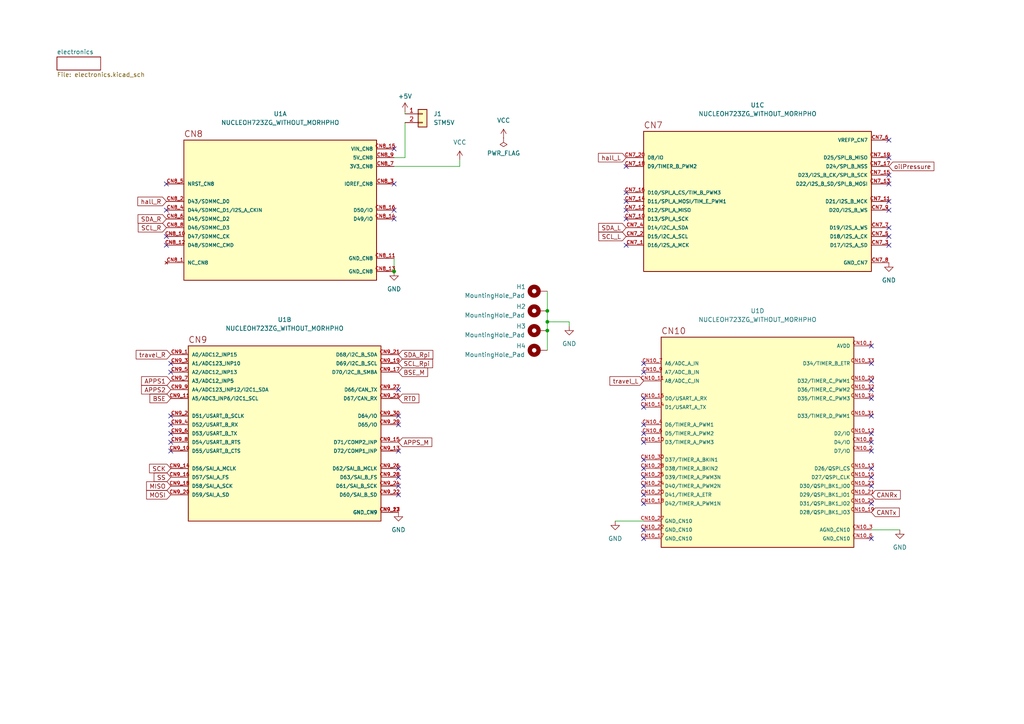
<source format=kicad_sch>
(kicad_sch (version 20230121) (generator eeschema)
  (paper "A4")
  (title_block (title "frontbox nucleo") (date "2023-08-08") (rev "1") (company "NTURacing") (comment 1 "this is legacy fron easyEDA"))
  (lib_symbols
    (symbol "Connector_Generic:Conn_01x02" (pin_names (offset 1.016) hide)
      (property "Reference" "J1" (at 3.175 0 0))
      (property "Value" "STM5V" (at 3.175 -2.54 0))
      (symbol "Conn_01x02_1_1"
        (rectangle (start -1.27 -2.413) (end 0 -2.667) (stroke (width 0.1524)))
        (rectangle (start -1.27 0.127) (end 0 -0.127) (stroke (width 0.1524)))
        (rectangle (start -1.27 1.27) (end 1.27 -3.81) (stroke (width 0.254)) (fill (type background)))
        (pin passive line (at -5.08 0 0) (length 3.81) (name "Pin_1") (number "1"))
        (pin power_out line (at -5.08 -2.54 0) (length 3.81) (name "Pin_2") (number "2"))
      )
    )
    (symbol "Mechanical:MountingHole_Pad" (pin_numbers hide) (pin_names (offset 1.016) hide)
      (property "Reference" "H" (at 0 6.35 0))
      (property "Value" "MountingHole_Pad" (at 0 4.445 0))
      (symbol "MountingHole_Pad_0_1"
        (circle (center 0 1.27) (radius 1.27) (stroke (width 1.27)))
      )
      (symbol "MountingHole_Pad_1_1"
        (pin input line (at 0 -2.54 90) (length 2.54) (name "1") (number "1"))
      )
    )
    (symbol "nturt_kicad_lib:NUCLEOH723ZG_WITHOUT_MORHPHO" (pin_names (offset 1.016))
      (property "Reference" "U" (at -8.89 36.83 0))
      (property "Value" "NUCLEOH723ZG_WITHOUT_MORHPHO" (at -15.24 -29.21 0))
      (symbol "NUCLEOH723ZG_WITHOUT_MORHPHO_1_0"
        (unit_name "CN8")
        (rectangle (start -27.94 -20.32) (end 27.94 20.32) (stroke (width 0.254)) (fill (type background)))
        (text "CN8" (at -27.94 21.082 0) (effects (font (size 1.778 1.778)) (justify left bottom)))
        (pin no_connect line (at -33.02 -15.24 0) (length 5.08) (name "NC_CN8") (number "CN8_1"))
        (pin bidirectional line (at -33.02 -7.62 0) (length 5.08) (name "D47/SDMMC_CK") (number "CN8_10"))
        (pin power_in line (at 33.02 -13.97 180) (length 5.08) (name "GND_CN8") (number "CN8_11"))
        (pin bidirectional line (at -33.02 -10.16 0) (length 5.08) (name "D48/SDMMC_CMD") (number "CN8_12"))
        (pin power_in line (at 33.02 -17.78 180) (length 5.08) (name "GND_CN8") (number "CN8_13"))
        (pin bidirectional line (at 33.02 -2.54 180) (length 5.08) (name "D49/IO") (number "CN8_14"))
        (pin power_in line (at 33.02 17.78 180) (length 5.08) (name "VIN_CN8") (number "CN8_15"))
        (pin bidirectional line (at 33.02 0 180) (length 5.08) (name "D50/IO") (number "CN8_16"))
        (pin bidirectional line (at -33.02 2.54 0) (length 5.08) (name "D43/SDMMC_D0") (number "CN8_2"))
        (pin bidirectional line (at 33.02 7.62 180) (length 5.08) (name "IOREF_CN8") (number "CN8_3"))
        (pin bidirectional line (at -33.02 0 0) (length 5.08) (name "D44/SDMMC_D1/I2S_A_CKIN") (number "CN8_4"))
        (pin input line (at -33.02 7.62 0) (length 5.08) (name "NRST_CN8") (number "CN8_5"))
        (pin bidirectional line (at -33.02 -2.54 0) (length 5.08) (name "D45/SDMMC_D2") (number "CN8_6"))
        (pin power_in line (at 33.02 12.7 180) (length 5.08) (name "3V3_CN8") (number "CN8_7"))
        (pin bidirectional line (at -33.02 -5.08 0) (length 5.08) (name "D46/SDMMC_D3") (number "CN8_8"))
        (pin power_in line (at 33.02 15.24 180) (length 5.08) (name "5V_CN8") (number "CN8_9"))
      )
      (symbol "NUCLEOH723ZG_WITHOUT_MORHPHO_2_0"
        (unit_name "CN9")
        (rectangle (start -27.94 -25.4) (end 27.94 25.4) (stroke (width 0.254)) (fill (type background)))
        (text "CN9" (at -27.94 26.162 0) (effects (font (size 1.778 1.778)) (justify left bottom)))
        (pin input line (at -33.02 22.86 0) (length 5.08) (name "A0/ADC12_INP15") (number "CN9_1"))
        (pin bidirectional line (at -33.02 -5.08 0) (length 5.08) (name "D55/USART_B_CTS") (number "CN9_10"))
        (pin input line (at -33.02 10.16 0) (length 5.08) (name "A5/ADC3_INP6/I2C1_SCL") (number "CN9_11"))
        (pin power_in line (at 33.02 -22.86 180) (length 5.08) (name "GND_CN9") (number "CN9_12"))
        (pin bidirectional line (at 33.02 -5.08 180) (length 5.08) (name "D72/COMP1_INP") (number "CN9_13"))
        (pin bidirectional line (at -33.02 -10.16 0) (length 5.08) (name "D56/SAI_A_MCLK") (number "CN9_14"))
        (pin bidirectional line (at 33.02 -2.54 180) (length 5.08) (name "D71/COMP2_INP") (number "CN9_15"))
        (pin bidirectional line (at -33.02 -12.7 0) (length 5.08) (name "D57/SAI_A_FS") (number "CN9_16"))
        (pin bidirectional line (at 33.02 17.78 180) (length 5.08) (name "D70/I2C_B_SMBA") (number "CN9_17"))
        (pin bidirectional line (at -33.02 -15.24 0) (length 5.08) (name "D58/SAI_A_SCK") (number "CN9_18"))
        (pin bidirectional line (at 33.02 20.32 180) (length 5.08) (name "D69/I2C_B_SCL") (number "CN9_19"))
        (pin bidirectional line (at -33.02 5.08 0) (length 5.08) (name "D51/USART_B_SCLK") (number "CN9_2"))
        (pin bidirectional line (at -33.02 -17.78 0) (length 5.08) (name "D59/SAI_A_SD") (number "CN9_20"))
        (pin bidirectional line (at 33.02 22.86 180) (length 5.08) (name "D68/I2C_B_SDA") (number "CN9_21"))
        (pin bidirectional line (at 33.02 -17.78 180) (length 5.08) (name "D60/SAI_B_SD") (number "CN9_22"))
        (pin power_in line (at 33.02 -22.86 180) (length 5.08) (name "GND_CN9") (number "CN9_23"))
        (pin bidirectional line (at 33.02 -15.24 180) (length 5.08) (name "D61/SAI_B_SCK") (number "CN9_24"))
        (pin input line (at 33.02 10.16 180) (length 5.08) (name "D67/CAN_RX") (number "CN9_25"))
        (pin bidirectional line (at 33.02 -10.16 180) (length 5.08) (name "D62/SAI_B_MCLK") (number "CN9_26"))
        (pin output line (at 33.02 12.7 180) (length 5.08) (name "D66/CAN_TX") (number "CN9_27"))
        (pin bidirectional line (at 33.02 -12.7 180) (length 5.08) (name "D63/SAI_B_FS") (number "CN9_28"))
        (pin bidirectional line (at 33.02 2.54 180) (length 5.08) (name "D65/IO") (number "CN9_29"))
        (pin input line (at -33.02 20.32 0) (length 5.08) (name "A1/ADC123_INP10") (number "CN9_3"))
        (pin bidirectional line (at 33.02 5.08 180) (length 5.08) (name "D64/IO") (number "CN9_30"))
        (pin bidirectional line (at -33.02 2.54 0) (length 5.08) (name "D52/USART_B_RX") (number "CN9_4"))
        (pin input line (at -33.02 17.78 0) (length 5.08) (name "A2/ADC12_INP13") (number "CN9_5"))
        (pin bidirectional line (at -33.02 0 0) (length 5.08) (name "D53/USART_B_TX") (number "CN9_6"))
        (pin input line (at -33.02 15.24 0) (length 5.08) (name "A3/ADC12_INP5") (number "CN9_7"))
        (pin bidirectional line (at -33.02 -2.54 0) (length 5.08) (name "D54/USART_B_RTS") (number "CN9_8"))
        (pin input line (at -33.02 12.7 0) (length 5.08) (name "A4/ADC123_INP12/I2C1_SDA") (number "CN9_9"))
      )
      (symbol "NUCLEOH723ZG_WITHOUT_MORHPHO_3_0"
        (unit_name "CN7")
        (rectangle (start -33.02 -20.32) (end 33.02 20.32) (stroke (width 0.254)) (fill (type background)))
        (text "CN7" (at -33.02 21.082 0) (effects (font (size 1.778 1.778)) (justify left bottom)))
        (pin bidirectional line (at -38.1 -12.7 0) (length 5.08) (name "D16/I2S_A_MCK") (number "CN7_1"))
        (pin bidirectional line (at -38.1 -5.08 0) (length 5.08) (name "D13/SPI_A_SCK") (number "CN7_10"))
        (pin bidirectional line (at 38.1 0 180) (length 5.08) (name "D21/I2S_B_MCK") (number "CN7_11"))
        (pin bidirectional line (at -38.1 -2.54 0) (length 5.08) (name "D12/SPI_A_MISO") (number "CN7_12"))
        (pin bidirectional line (at 38.1 5.08 180) (length 5.08) (name "D22/I2S_B_SD/SPI_B_MOSI") (number "CN7_13"))
        (pin bidirectional line (at -38.1 0 0) (length 5.08) (name "D11/SPI_A_MOSI/TIM_E_PWM1") (number "CN7_14"))
        (pin bidirectional line (at 38.1 7.62 180) (length 5.08) (name "D23/I2S_B_CK/SPI_B_SCK") (number "CN7_15"))
        (pin bidirectional line (at -38.1 2.54 0) (length 5.08) (name "D10/SPI_A_CS/TIM_B_PWM3") (number "CN7_16"))
        (pin bidirectional line (at 38.1 10.16 180) (length 5.08) (name "D24/SPI_B_NSS") (number "CN7_17"))
        (pin bidirectional line (at -38.1 10.16 0) (length 5.08) (name "D9/TIMER_B_PWM2") (number "CN7_18"))
        (pin bidirectional line (at 38.1 12.7 180) (length 5.08) (name "D25/SPI_B_MISO") (number "CN7_19"))
        (pin bidirectional line (at -38.1 -10.16 0) (length 5.08) (name "D15/I2C_A_SCL") (number "CN7_2"))
        (pin bidirectional line (at -38.1 12.7 0) (length 5.08) (name "D8/IO") (number "CN7_20"))
        (pin bidirectional line (at 38.1 -12.7 180) (length 5.08) (name "D17/I2S_A_SD") (number "CN7_3"))
        (pin bidirectional line (at -38.1 -7.62 0) (length 5.08) (name "D14/I2C_A_SDA") (number "CN7_4"))
        (pin bidirectional line (at 38.1 -10.16 180) (length 5.08) (name "D18/I2S_A_CK") (number "CN7_5"))
        (pin power_in line (at 38.1 17.78 180) (length 5.08) (name "VREFP_CN7") (number "CN7_6"))
        (pin bidirectional line (at 38.1 -7.62 180) (length 5.08) (name "D19/I2S_A_WS") (number "CN7_7"))
        (pin power_in line (at 38.1 -17.78 180) (length 5.08) (name "GND_CN7") (number "CN7_8"))
        (pin bidirectional line (at 38.1 -2.54 180) (length 5.08) (name "D20/I2S_B_WS") (number "CN7_9"))
      )
      (symbol "NUCLEOH723ZG_WITHOUT_MORHPHO_4_0"
        (unit_name "CN10")
        (rectangle (start -27.94 -30.48) (end 27.94 30.48) (stroke (width 0.254)) (fill (type background)))
        (text "CN10" (at -27.94 31.242 0) (effects (font (size 1.778 1.778)) (justify left bottom)))
        (pin power_in line (at 33.02 27.94 180) (length 5.08) (name "AVDD") (number "CN10_1"))
        (pin bidirectional line (at -33.02 0 0) (length 5.08) (name "D3/TIMER_A_PWM3") (number "CN10_10"))
        (pin input line (at -33.02 17.78 0) (length 5.08) (name "A8/ADC_C_IN") (number "CN10_11"))
        (pin bidirectional line (at 33.02 2.54 180) (length 5.08) (name "D2/IO") (number "CN10_12"))
        (pin bidirectional line (at 33.02 -7.62 180) (length 5.08) (name "D26/QSPI_CS") (number "CN10_13"))
        (pin output line (at -33.02 10.16 0) (length 5.08) (name "D1/USART_A_TX") (number "CN10_14"))
        (pin bidirectional line (at 33.02 -10.16 180) (length 5.08) (name "D27/QSPI_CLK") (number "CN10_15"))
        (pin input line (at -33.02 12.7 0) (length 5.08) (name "D0/USART_A_RX") (number "CN10_16"))
        (pin power_in line (at -33.02 -27.94 0) (length 5.08) (name "GND_CN10") (number "CN10_17"))
        (pin bidirectional line (at -33.02 -17.78 0) (length 5.08) (name "D42/TIMER_A_PWM1N") (number "CN10_18"))
        (pin bidirectional line (at 33.02 -20.32 180) (length 5.08) (name "D28/QSPI_BK1_IO3") (number "CN10_19"))
        (pin bidirectional line (at 33.02 -2.54 180) (length 5.08) (name "D7/IO") (number "CN10_2"))
        (pin bidirectional line (at -33.02 -15.24 0) (length 5.08) (name "D41/TIMER_A_ETR") (number "CN10_20"))
        (pin bidirectional line (at 33.02 -15.24 180) (length 5.08) (name "D29/QSPI_BK1_IO1") (number "CN10_21"))
        (pin power_in line (at -33.02 -25.4 0) (length 5.08) (name "GND_CN10") (number "CN10_22"))
        (pin bidirectional line (at 33.02 -12.7 180) (length 5.08) (name "D30/QSPI_BK1_IO0") (number "CN10_23"))
        (pin bidirectional line (at -33.02 -12.7 0) (length 5.08) (name "D40/TIMER_A_PWM2N") (number "CN10_24"))
        (pin bidirectional line (at 33.02 -17.78 180) (length 5.08) (name "D31/QSPI_BK1_IO2") (number "CN10_25"))
        (pin bidirectional line (at -33.02 -10.16 0) (length 5.08) (name "D39/TIMER_A_PWM3N") (number "CN10_26"))
        (pin power_in line (at -33.02 -22.86 0) (length 5.08) (name "GND_CN10") (number "CN10_27"))
        (pin bidirectional line (at -33.02 -7.62 0) (length 5.08) (name "D38/TIMER_A_BKIN2") (number "CN10_28"))
        (pin bidirectional line (at 33.02 17.78 180) (length 5.08) (name "D32/TIMER_C_PWM1") (number "CN10_29"))
        (pin power_in line (at 33.02 -25.4 180) (length 5.08) (name "AGND_CN10") (number "CN10_3"))
        (pin bidirectional line (at -33.02 -5.08 0) (length 5.08) (name "D37/TIMER_A_BKIN1") (number "CN10_30"))
        (pin bidirectional line (at 33.02 7.62 180) (length 5.08) (name "D33/TIMER_D_PWM1") (number "CN10_31"))
        (pin bidirectional line (at 33.02 15.24 180) (length 5.08) (name "D36/TIMER_C_PWM2") (number "CN10_32"))
        (pin bidirectional line (at 33.02 22.86 180) (length 5.08) (name "D34/TIMER_B_ETR") (number "CN10_33"))
        (pin bidirectional line (at 33.02 12.7 180) (length 5.08) (name "D35/TIMER_C_PWM3") (number "CN10_34"))
        (pin bidirectional line (at -33.02 5.08 0) (length 5.08) (name "D6/TIMER_A_PWM1") (number "CN10_4"))
        (pin power_in line (at 33.02 -27.94 180) (length 5.08) (name "GND_CN10") (number "CN10_5"))
        (pin bidirectional line (at -33.02 2.54 0) (length 5.08) (name "D5/TIMER_A_PWM2") (number "CN10_6"))
        (pin input line (at -33.02 22.86 0) (length 5.08) (name "A6/ADC_A_IN") (number "CN10_7"))
        (pin bidirectional line (at 33.02 0 180) (length 5.08) (name "D4/IO") (number "CN10_8"))
        (pin input line (at -33.02 20.32 0) (length 5.08) (name "A7/ADC_B_IN") (number "CN10_9"))
      )
    )
    (symbol "power:+5V" (power) (pin_names (offset 0))
      (property "Value" "+5V" (at 0 3.556 0))
      (symbol "+5V_0_1"
        (polyline (pts (xy -0.762 1.27) (xy 0 2.54)))
        (polyline (pts (xy 0 0) (xy 0 2.54)))
        (polyline (pts (xy 0 2.54) (xy 0.762 1.27)))
      )
      (symbol "+5V_1_1"
        (pin power_in line (at 0 0 90) (length 0) hide (name "+5V") (number "1"))
      )
    )
    (symbol "power:GND" (power) (pin_names (offset 0))
      (property "Value" "GND" (at 0 -3.81 0))
      (symbol "GND_0_1"
        (polyline (pts (xy 0 0) (xy 0 -1.27) (xy 1.27 -1.27) (xy 0 -2.54) (xy -1.27 -1.27) (xy 0 -1.27)))
      )
      (symbol "GND_1_1"
        (pin power_in line (at 0 0 270) (length 0) hide (name "GND") (number "1"))
      )
    )
    (symbol "power:PWR_FLAG" (power) (pin_numbers hide) (pin_names (offset 0) hide)
      (property "Value" "PWR_FLAG" (at 0 3.81 0))
      (symbol "PWR_FLAG_0_0"
        (pin power_out line (at 0 0 90) (length 0) (name "pwr") (number "1"))
      )
      (symbol "PWR_FLAG_0_1"
        (polyline (pts (xy 0 0) (xy 0 1.27) (xy -1.016 1.905) (xy 0 2.54) (xy 1.016 1.905) (xy 0 1.27)))
      )
    )
    (symbol "power:VCC" (power) (pin_names (offset 0))
      (property "Value" "VCC" (at 0 3.81 0))
      (symbol "VCC_0_1"
        (polyline (pts (xy -0.762 1.27) (xy 0 2.54)))
        (polyline (pts (xy 0 0) (xy 0 2.54)))
        (polyline (pts (xy 0 2.54) (xy 0.762 1.27)))
      )
      (symbol "VCC_1_1"
        (pin power_in line (at 0 0 90) (length 0) hide (name "VCC") (number "1"))
      )
    )
  )
  (junction (at 158.75 90.17))
  (junction (at 158.75 95.885))
  (junction (at 158.75 93.345))
  (junction (at 114.3 78.74))
  (no_connect (at 252.73 110.49))
  (no_connect (at 49.53 120.65))
  (no_connect (at 48.26 53.34))
  (no_connect (at 48.26 71.12))
  (no_connect (at 186.69 128.27))
  (no_connect (at 115.57 130.81))
  (no_connect (at 114.3 63.5))
  (no_connect (at 186.69 118.11))
  (no_connect (at 186.69 143.51))
  (no_connect (at 252.73 120.65))
  (no_connect (at 186.69 133.35))
  (no_connect (at 49.53 130.81))
  (no_connect (at 257.81 68.58))
  (no_connect (at 186.69 153.67))
  (no_connect (at 252.73 156.21))
  (no_connect (at 252.73 146.05))
  (no_connect (at 115.57 140.97))
  (no_connect (at 186.69 138.43))
  (no_connect (at 186.69 135.89))
  (no_connect (at 186.69 140.97))
  (no_connect (at 114.3 60.96))
  (no_connect (at 186.69 115.57))
  (no_connect (at 49.53 105.41))
  (no_connect (at 252.73 100.33))
  (no_connect (at 114.3 43.18))
  (no_connect (at 257.81 71.12))
  (no_connect (at 181.61 71.12))
  (no_connect (at 186.69 125.73))
  (no_connect (at 257.81 40.64))
  (no_connect (at 181.61 58.42))
  (no_connect (at 48.26 60.96))
  (no_connect (at 115.57 138.43))
  (no_connect (at 257.81 50.8))
  (no_connect (at 257.81 60.96))
  (no_connect (at 252.73 125.73))
  (no_connect (at 49.53 107.95))
  (no_connect (at 252.73 105.41))
  (no_connect (at 257.81 66.04))
  (no_connect (at 186.69 105.41))
  (no_connect (at 115.57 120.65))
  (no_connect (at 252.73 130.81))
  (no_connect (at 252.73 135.89))
  (no_connect (at 181.61 63.5))
  (no_connect (at 49.53 123.19))
  (no_connect (at 115.57 143.51))
  (no_connect (at 186.69 107.95))
  (no_connect (at 252.73 113.03))
  (no_connect (at 49.53 128.27))
  (no_connect (at 115.57 123.19))
  (no_connect (at 252.73 128.27))
  (no_connect (at 186.69 156.21))
  (no_connect (at 252.73 140.97))
  (no_connect (at 49.53 125.73))
  (no_connect (at 181.61 48.26))
  (no_connect (at 257.81 45.72))
  (no_connect (at 115.57 113.03))
  (no_connect (at 252.73 138.43))
  (no_connect (at 114.3 53.34))
  (no_connect (at 186.69 146.05))
  (no_connect (at 181.61 55.88))
  (no_connect (at 257.81 53.34))
  (no_connect (at 181.61 60.96))
  (no_connect (at 252.73 115.57))
  (no_connect (at 48.26 68.58))
  (no_connect (at 257.81 58.42))
  (no_connect (at 186.69 123.19))
  (no_connect (at 115.57 135.89))
  (wire (pts (xy 117.475 45.72) (xy 114.3 45.72)))
  (wire (pts (xy 133.35 46.355) (xy 133.35 48.26)))
  (wire (pts (xy 117.475 32.385) (xy 117.475 33.02)))
  (wire (pts (xy 133.35 48.26) (xy 114.3 48.26)))
  (wire (pts (xy 178.435 151.13) (xy 186.69 151.13)))
  (wire (pts (xy 165.1 93.345) (xy 158.75 93.345)))
  (wire (pts (xy 117.475 35.56) (xy 117.475 45.72)))
  (wire (pts (xy 158.75 90.17) (xy 158.75 93.345)))
  (wire (pts (xy 158.75 95.885) (xy 158.75 101.6)))
  (wire (pts (xy 165.1 93.345) (xy 165.1 94.615)))
  (wire (pts (xy 114.3 74.93) (xy 114.3 78.74)))
  (wire (pts (xy 260.985 153.67) (xy 252.73 153.67)))
  (wire (pts (xy 158.75 84.455) (xy 158.75 90.17)))
  (wire (pts (xy 158.75 93.345) (xy 158.75 95.885)))
  (global_label "travel_R" (shape input) (at 49.53 102.87 180) (property "Intersheetrefs" "${INTERSHEET_REFS}" (effects hide)))
  (global_label "CANTx" (shape input) (at 252.73 148.59 0) (property "Intersheetrefs" "${INTERSHEET_REFS}" (effects hide)))
  (global_label "RTD" (shape input) (at 115.57 115.57 0) (property "Intersheetrefs" "${INTERSHEET_REFS}" (effects hide)))
  (global_label "hall_R" (shape input) (at 48.26 58.42 180) (property "Intersheetrefs" "${INTERSHEET_REFS}" (effects hide)))
  (global_label "travel_L" (shape input) (at 186.69 110.49 180) (property "Intersheetrefs" "${INTERSHEET_REFS}" (effects hide)))
  (global_label "APPS1" (shape input) (at 49.53 110.49 180) (property "Intersheetrefs" "${INTERSHEET_REFS}" (effects hide)))
  (global_label "CANRx" (shape input) (at 252.73 143.51 0) (property "Intersheetrefs" "${INTERSHEET_REFS}" (effects hide)))
  (global_label "BSE_M" (shape input) (at 115.57 107.95 0) (property "Intersheetrefs" "${INTERSHEET_REFS}" (effects hide)))
  (global_label "APPS2" (shape input) (at 49.53 113.03 180) (property "Intersheetrefs" "${INTERSHEET_REFS}" (effects hide)))
  (global_label "SCL_R" (shape input) (at 48.26 66.04 180) (property "Intersheetrefs" "${INTERSHEET_REFS}" (effects hide)))
  (global_label "BSE" (shape input) (at 49.53 115.57 180) (property "Intersheetrefs" "${INTERSHEET_REFS}" (effects hide)))
  (global_label "SS" (shape input) (at 49.53 138.43 180) (property "Intersheetrefs" "${INTERSHEET_REFS}" (effects hide)))
  (global_label "hall_L" (shape input) (at 181.61 45.72 180) (property "Intersheetrefs" "${INTERSHEET_REFS}" (effects hide)))
  (global_label "MISO" (shape input) (at 49.53 140.97 180) (property "Intersheetrefs" "${INTERSHEET_REFS}" (effects hide)))
  (global_label "SDA_L" (shape input) (at 181.61 66.04 180) (property "Intersheetrefs" "${INTERSHEET_REFS}" (effects hide)))
  (global_label "SDA_R" (shape input) (at 48.26 63.5 180) (property "Intersheetrefs" "${INTERSHEET_REFS}" (effects hide)))
  (global_label "SCL_Rpi" (shape input) (at 115.57 105.41 0) (property "Intersheetrefs" "${INTERSHEET_REFS}" (effects hide)))
  (global_label "oilPressure" (shape input) (at 257.81 48.26 0) (property "Intersheetrefs" "${INTERSHEET_REFS}" (effects hide)))
  (global_label "SCL_L" (shape input) (at 181.61 68.58 180) (property "Intersheetrefs" "${INTERSHEET_REFS}" (effects hide)))
  (global_label "MOSI" (shape input) (at 49.53 143.51 180) (property "Intersheetrefs" "${INTERSHEET_REFS}" (effects hide)))
  (global_label "SDA_Rpi" (shape input) (at 115.57 102.87 0) (property "Intersheetrefs" "${INTERSHEET_REFS}" (effects hide)))
  (global_label "SCK" (shape input) (at 49.53 135.89 180) (property "Intersheetrefs" "${INTERSHEET_REFS}" (effects hide)))
  (global_label "APPS_M" (shape input) (at 115.57 128.27 0) (property "Intersheetrefs" "${INTERSHEET_REFS}" (effects hide)))
  (symbol (lib_id "power:GND") (at 114.3 78.74 0) (unit 1)
    (property "Reference" "#PWR02" (effects hide))
    (property "Value" "GND" (at 114.3 83.82 0))
  )
  (symbol (lib_id "power:PWR_FLAG") (at 146.05 40.005 0) (mirror x) (unit 1)
    (property "Reference" "#FLG01" (effects hide))
    (property "Value" "PWR_FLAG" (at 146.05 44.45 0))
  )
  (symbol (lib_id "Connector_Generic:Conn_01x02") (at 122.555 33.02 0) (unit 1)
    (property "Reference" "J1" (at 125.73 33.02 0) (effects (justify left)))
    (property "Value" "STM5V" (at 125.73 35.56 0) (effects (justify left)))
    (property "Footprint" "Connector_PinHeader_2.54mm:PinHeader_1x02_P2.54mm_Vertical" (effects hide))
  )
  (symbol (lib_id "Mechanical:MountingHole_Pad") (at 156.21 90.17 90) (unit 1)
    (property "Reference" "H2" (at 151.13 88.9 90))
    (property "Value" "MountingHole_Pad" (at 143.51 91.44 90))
    (property "Footprint" "MountingHole:MountingHole_2.2mm_M2_DIN965_Pad" (effects hide))
  )
  (symbol (lib_id "power:GND") (at 165.1 94.615 0) (unit 1)
    (property "Reference" "#PWR057" (effects hide))
    (property "Value" "GND" (at 165.1 99.695 0))
  )
  (symbol (lib_id "nturt_kicad_lib:NUCLEOH723ZG_WITHOUT_MORHPHO") (at 82.55 125.73 0) (unit 2)
    (property "Reference" "U1" (at 82.55 92.71 0))
    (property "Value" "NUCLEOH723ZG_WITHOUT_MORHPHO" (at 82.55 95.25 0))
    (property "Footprint" "nturt_kicad_lib:MODULE_NUCLEOH723ZG_WITHOUT_MORHPHO" (effects hide))
    (property "PARTREV" "2" (effects hide))
    (property "STANDARD" "Manufacturer Recommendations" (effects hide))
    (property "MANUFACTURER" "STMicroelectronics" (effects hide))
    (property "MAXIMUM_PACKAGE_HEIGHT" "18.57 mm" (effects hide))
    (property "SNAPEDA_PN" "NUCLEOH723ZG" (effects hide))
  )
  (symbol (lib_id "nturt_kicad_lib:NUCLEOH723ZG_WITHOUT_MORHPHO") (at 219.71 58.42 0) (unit 3)
    (property "Reference" "U1" (at 219.71 30.48 0))
    (property "Value" "NUCLEOH723ZG_WITHOUT_MORHPHO" (at 219.71 33.02 0))
    (property "Footprint" "nturt_kicad_lib:MODULE_NUCLEOH723ZG_WITHOUT_MORHPHO" (effects hide))
    (property "PARTREV" "2" (effects hide))
    (property "STANDARD" "Manufacturer Recommendations" (effects hide))
    (property "MANUFACTURER" "STMicroelectronics" (effects hide))
    (property "MAXIMUM_PACKAGE_HEIGHT" "18.57 mm" (effects hide))
    (property "SNAPEDA_PN" "NUCLEOH723ZG" (effects hide))
  )
  (symbol (lib_id "nturt_kicad_lib:NUCLEOH723ZG_WITHOUT_MORHPHO") (at 219.71 128.27 0) (unit 4)
    (property "Reference" "U1" (at 219.71 90.17 0))
    (property "Value" "NUCLEOH723ZG_WITHOUT_MORHPHO" (at 219.71 92.71 0))
    (property "Footprint" "nturt_kicad_lib:MODULE_NUCLEOH723ZG_WITHOUT_MORHPHO" (effects hide))
    (property "PARTREV" "2" (effects hide))
    (property "STANDARD" "Manufacturer Recommendations" (effects hide))
    (property "MANUFACTURER" "STMicroelectronics" (effects hide))
    (property "MAXIMUM_PACKAGE_HEIGHT" "18.57 mm" (effects hide))
    (property "SNAPEDA_PN" "NUCLEOH723ZG" (effects hide))
  )
  (symbol (lib_id "Mechanical:MountingHole_Pad") (at 156.21 84.455 90) (unit 1)
    (property "Reference" "H1" (at 151.13 83.185 90))
    (property "Value" "MountingHole_Pad" (at 143.51 85.725 90))
    (property "Footprint" "MountingHole:MountingHole_2.2mm_M2_DIN965_Pad" (effects hide))
  )
  (symbol (lib_id "power:GND") (at 178.435 151.13 0) (unit 1)
    (property "Reference" "#PWR06" (effects hide))
    (property "Value" "GND" (at 178.435 156.21 0))
  )
  (symbol (lib_id "power:VCC") (at 146.05 40.005 0) (unit 1)
    (property "Reference" "#PWR050" (effects hide))
    (property "Value" "VCC" (at 146.05 34.925 0))
  )
  (symbol (lib_id "Mechanical:MountingHole_Pad") (at 156.21 95.885 90) (unit 1)
    (property "Reference" "H3" (at 151.13 94.615 90))
    (property "Value" "MountingHole_Pad" (at 143.51 97.155 90))
    (property "Footprint" "MountingHole:MountingHole_2.2mm_M2_DIN965_Pad" (effects hide))
  )
  (symbol (lib_id "power:GND") (at 260.985 153.67 0) (unit 1)
    (property "Reference" "#PWR05" (effects hide))
    (property "Value" "GND" (at 260.985 158.75 0))
  )
  (symbol (lib_id "power:GND") (at 115.57 148.59 0) (unit 1)
    (property "Reference" "#PWR04" (effects hide))
    (property "Value" "GND" (at 115.57 153.67 0))
  )
  (symbol (lib_id "power:VCC") (at 133.35 46.355 0) (unit 1)
    (property "Reference" "#PWR03" (effects hide))
    (property "Value" "VCC" (at 133.35 41.275 0))
  )
  (symbol (lib_id "power:+5V") (at 117.475 32.385 0) (unit 1)
    (property "Reference" "#PWR049" (effects hide))
    (property "Value" "+5V" (at 117.475 27.94 0))
  )
  (symbol (lib_id "power:GND") (at 257.81 76.2 0) (unit 1)
    (property "Reference" "#PWR01" (effects hide))
    (property "Value" "GND" (at 257.81 81.28 0))
  )
  (symbol (lib_id "Mechanical:MountingHole_Pad") (at 156.21 101.6 90) (unit 1)
    (property "Reference" "H4" (at 151.13 100.33 90))
    (property "Value" "MountingHole_Pad" (at 143.51 102.87 90))
    (property "Footprint" "MountingHole:MountingHole_2.2mm_M2_DIN965_Pad" (effects hide))
  )
  (symbol (lib_id "nturt_kicad_lib:NUCLEOH723ZG_WITHOUT_MORHPHO") (at 81.28 60.96 0) (unit 1)
    (property "Reference" "U1" (at 81.28 33.02 0))
    (property "Value" "NUCLEOH723ZG_WITHOUT_MORHPHO" (at 81.28 35.56 0))
    (property "Footprint" "nturt_kicad_lib:MODULE_NUCLEOH723ZG_WITHOUT_MORHPHO" (effects hide))
    (property "PARTREV" "2" (effects hide))
    (property "STANDARD" "Manufacturer Recommendations" (effects hide))
    (property "MANUFACTURER" "STMicroelectronics" (effects hide))
    (property "MAXIMUM_PACKAGE_HEIGHT" "18.57 mm" (effects hide))
    (property "SNAPEDA_PN" "NUCLEOH723ZG" (effects hide))
  )
  (sheet (at 16.51 16.51) (size 12.7 3.81) (stroke (width 0.1524))
    (property "Sheetname" "electronics" (at 16.51 15.7984 0) (effects (justify left bottom)))
    (property "Sheetfile" "electronics.kicad_sch" (at 16.51 20.9046 0) (effects (justify left top)))
  )
)
</source>
